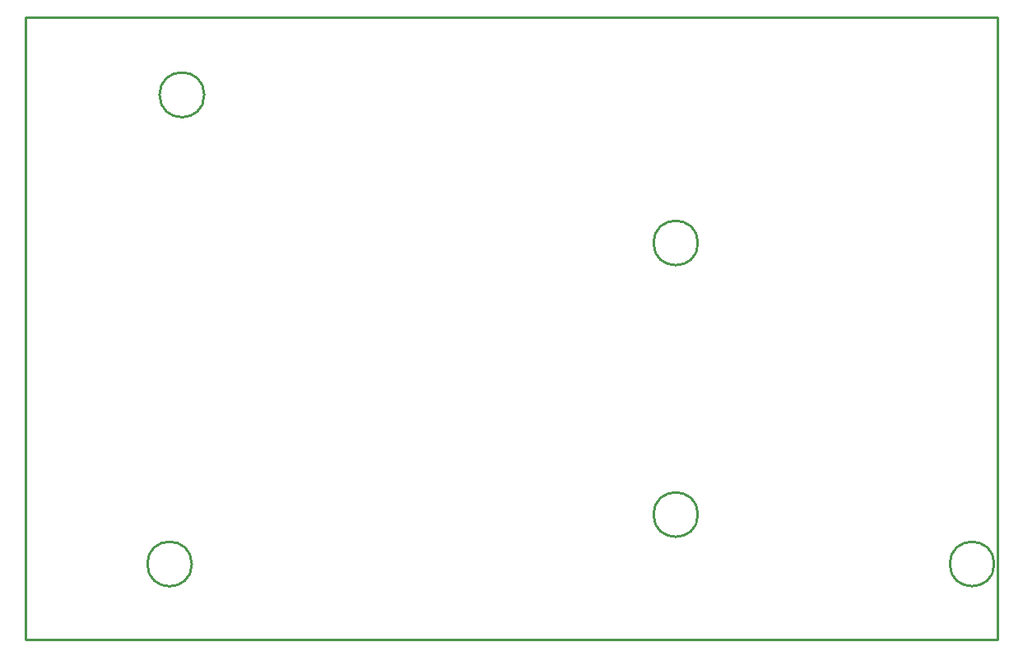
<source format=gko>
G04 Layer_Color=65280*
%FSLAX25Y25*%
%MOIN*%
G70*
G01*
G75*
%ADD26C,0.01000*%
D26*
X336516Y-94836D02*
G03*
X336516Y-94836I-9001J0D01*
G01*
X16583Y95164D02*
G03*
X16583Y95164I-9067J0D01*
G01*
X11536Y-94836D02*
G03*
X11536Y-94836I-9020J0D01*
G01*
X216516Y-74836D02*
G03*
X216516Y-74836I-9001J0D01*
G01*
X216521Y35164D02*
G03*
X216521Y35164I-9005J0D01*
G01*
X-55791Y-125269D02*
X337909D01*
Y126700D01*
X-55791D02*
X337909D01*
X-55791Y-125269D02*
Y126700D01*
M02*

</source>
